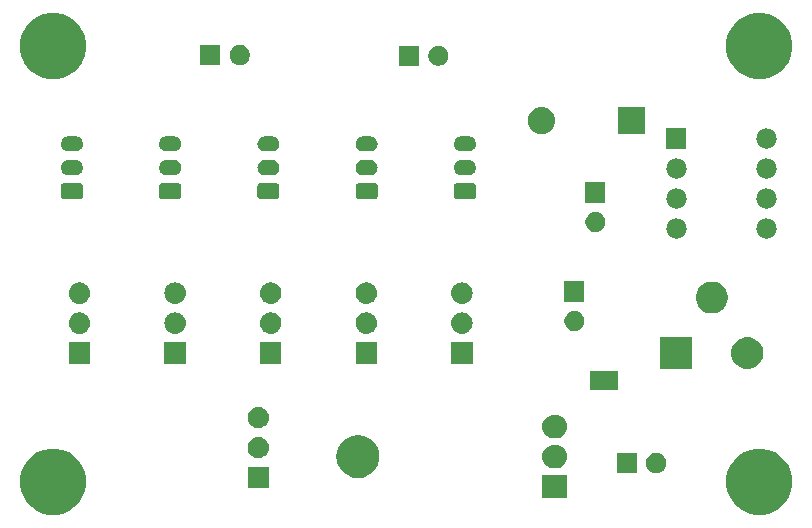
<source format=gbr>
G04 #@! TF.GenerationSoftware,KiCad,Pcbnew,(5.0.1)-rc2*
G04 #@! TF.CreationDate,2019-01-30T13:00:54-05:00*
G04 #@! TF.ProjectId,power_board,706F7765725F626F6172642E6B696361,rev?*
G04 #@! TF.SameCoordinates,Original*
G04 #@! TF.FileFunction,Soldermask,Top*
G04 #@! TF.FilePolarity,Negative*
%FSLAX46Y46*%
G04 Gerber Fmt 4.6, Leading zero omitted, Abs format (unit mm)*
G04 Created by KiCad (PCBNEW (5.0.1)-rc2) date 1/30/2019 1:00:54 PM*
%MOMM*%
%LPD*%
G01*
G04 APERTURE LIST*
%ADD10C,0.100000*%
G04 APERTURE END LIST*
D10*
G36*
X217123421Y-71830240D02*
X217633170Y-72041385D01*
X217633171Y-72041386D01*
X218091934Y-72347921D01*
X218482079Y-72738066D01*
X218623829Y-72950210D01*
X218788615Y-73196830D01*
X218999760Y-73706579D01*
X219107400Y-74247724D01*
X219107400Y-74799476D01*
X218999760Y-75340621D01*
X218788615Y-75850370D01*
X218788614Y-75850371D01*
X218482079Y-76309134D01*
X218091934Y-76699279D01*
X217786092Y-76903636D01*
X217633170Y-77005815D01*
X217123421Y-77216960D01*
X216582276Y-77324600D01*
X216030524Y-77324600D01*
X215489379Y-77216960D01*
X214979630Y-77005815D01*
X214826708Y-76903636D01*
X214520866Y-76699279D01*
X214130721Y-76309134D01*
X213824186Y-75850371D01*
X213824185Y-75850370D01*
X213613040Y-75340621D01*
X213505400Y-74799476D01*
X213505400Y-74247724D01*
X213613040Y-73706579D01*
X213824185Y-73196830D01*
X213988971Y-72950210D01*
X214130721Y-72738066D01*
X214520866Y-72347921D01*
X214979629Y-72041386D01*
X214979630Y-72041385D01*
X215489379Y-71830240D01*
X216030524Y-71722600D01*
X216582276Y-71722600D01*
X217123421Y-71830240D01*
X217123421Y-71830240D01*
G37*
G36*
X157331821Y-71830240D02*
X157841570Y-72041385D01*
X157841571Y-72041386D01*
X158300334Y-72347921D01*
X158690479Y-72738066D01*
X158832229Y-72950210D01*
X158997015Y-73196830D01*
X159208160Y-73706579D01*
X159315800Y-74247724D01*
X159315800Y-74799476D01*
X159208160Y-75340621D01*
X158997015Y-75850370D01*
X158997014Y-75850371D01*
X158690479Y-76309134D01*
X158300334Y-76699279D01*
X157994492Y-76903636D01*
X157841570Y-77005815D01*
X157331821Y-77216960D01*
X156790676Y-77324600D01*
X156238924Y-77324600D01*
X155697779Y-77216960D01*
X155188030Y-77005815D01*
X155035108Y-76903636D01*
X154729266Y-76699279D01*
X154339121Y-76309134D01*
X154032586Y-75850371D01*
X154032585Y-75850370D01*
X153821440Y-75340621D01*
X153713800Y-74799476D01*
X153713800Y-74247724D01*
X153821440Y-73706579D01*
X154032585Y-73196830D01*
X154197371Y-72950210D01*
X154339121Y-72738066D01*
X154729266Y-72347921D01*
X155188029Y-72041386D01*
X155188030Y-72041385D01*
X155697779Y-71830240D01*
X156238924Y-71722600D01*
X156790676Y-71722600D01*
X157331821Y-71830240D01*
X157331821Y-71830240D01*
G37*
G36*
X200034600Y-75933500D02*
X197932600Y-75933500D01*
X197932600Y-73926500D01*
X200034600Y-73926500D01*
X200034600Y-75933500D01*
X200034600Y-75933500D01*
G37*
G36*
X174789400Y-75069000D02*
X172987400Y-75069000D01*
X172987400Y-73267000D01*
X174789400Y-73267000D01*
X174789400Y-75069000D01*
X174789400Y-75069000D01*
G37*
G36*
X182500269Y-70597686D02*
X182676658Y-70615059D01*
X182902985Y-70683714D01*
X183016149Y-70718042D01*
X183329025Y-70885279D01*
X183603261Y-71110339D01*
X183828321Y-71384575D01*
X183995558Y-71697451D01*
X183995558Y-71697452D01*
X184098541Y-72036942D01*
X184133314Y-72390000D01*
X184098541Y-72743058D01*
X184061555Y-72864984D01*
X183995558Y-73082549D01*
X183828321Y-73395425D01*
X183603261Y-73669661D01*
X183329025Y-73894721D01*
X183016149Y-74061958D01*
X182902985Y-74096286D01*
X182676658Y-74164941D01*
X182500269Y-74182314D01*
X182412076Y-74191000D01*
X182235124Y-74191000D01*
X182146931Y-74182314D01*
X181970542Y-74164941D01*
X181744215Y-74096286D01*
X181631051Y-74061958D01*
X181318175Y-73894721D01*
X181043939Y-73669661D01*
X180818879Y-73395425D01*
X180651642Y-73082549D01*
X180585645Y-72864984D01*
X180548659Y-72743058D01*
X180513886Y-72390000D01*
X180548659Y-72036942D01*
X180651642Y-71697452D01*
X180651642Y-71697451D01*
X180818879Y-71384575D01*
X181043939Y-71110339D01*
X181318175Y-70885279D01*
X181631051Y-70718042D01*
X181744215Y-70683714D01*
X181970542Y-70615059D01*
X182146931Y-70597686D01*
X182235124Y-70589000D01*
X182412076Y-70589000D01*
X182500269Y-70597686D01*
X182500269Y-70597686D01*
G37*
G36*
X207827828Y-72130503D02*
X207982700Y-72194653D01*
X208122081Y-72287785D01*
X208240615Y-72406319D01*
X208333747Y-72545700D01*
X208397897Y-72700572D01*
X208430600Y-72864984D01*
X208430600Y-73032616D01*
X208397897Y-73197028D01*
X208333747Y-73351900D01*
X208240615Y-73491281D01*
X208122081Y-73609815D01*
X207982700Y-73702947D01*
X207827828Y-73767097D01*
X207663416Y-73799800D01*
X207495784Y-73799800D01*
X207331372Y-73767097D01*
X207176500Y-73702947D01*
X207037119Y-73609815D01*
X206918585Y-73491281D01*
X206825453Y-73351900D01*
X206761303Y-73197028D01*
X206728600Y-73032616D01*
X206728600Y-72864984D01*
X206761303Y-72700572D01*
X206825453Y-72545700D01*
X206918585Y-72406319D01*
X207037119Y-72287785D01*
X207176500Y-72194653D01*
X207331372Y-72130503D01*
X207495784Y-72097800D01*
X207663416Y-72097800D01*
X207827828Y-72130503D01*
X207827828Y-72130503D01*
G37*
G36*
X205930600Y-73799800D02*
X204228600Y-73799800D01*
X204228600Y-72097800D01*
X205930600Y-72097800D01*
X205930600Y-73799800D01*
X205930600Y-73799800D01*
G37*
G36*
X199139364Y-71392308D02*
X199227820Y-71401020D01*
X199416981Y-71458401D01*
X199591312Y-71551583D01*
X199744115Y-71676985D01*
X199869517Y-71829788D01*
X199962699Y-72004119D01*
X200020080Y-72193280D01*
X200039455Y-72390000D01*
X200020080Y-72586720D01*
X199962699Y-72775881D01*
X199869517Y-72950212D01*
X199744115Y-73103015D01*
X199591312Y-73228417D01*
X199416981Y-73321599D01*
X199227820Y-73378980D01*
X199139364Y-73387692D01*
X199080396Y-73393500D01*
X198886804Y-73393500D01*
X198827836Y-73387692D01*
X198739380Y-73378980D01*
X198550219Y-73321599D01*
X198375888Y-73228417D01*
X198223085Y-73103015D01*
X198097683Y-72950212D01*
X198004501Y-72775881D01*
X197947120Y-72586720D01*
X197927745Y-72390000D01*
X197947120Y-72193280D01*
X198004501Y-72004119D01*
X198097683Y-71829788D01*
X198223085Y-71676985D01*
X198375888Y-71551583D01*
X198550219Y-71458401D01*
X198739380Y-71401020D01*
X198827836Y-71392308D01*
X198886804Y-71386500D01*
X199080396Y-71386500D01*
X199139364Y-71392308D01*
X199139364Y-71392308D01*
G37*
G36*
X173998842Y-70733518D02*
X174065027Y-70740037D01*
X174178253Y-70774384D01*
X174234867Y-70791557D01*
X174323588Y-70838980D01*
X174391391Y-70875222D01*
X174403644Y-70885278D01*
X174528586Y-70987814D01*
X174611848Y-71089271D01*
X174641178Y-71125009D01*
X174641179Y-71125011D01*
X174724843Y-71281533D01*
X174724843Y-71281534D01*
X174776363Y-71451373D01*
X174793759Y-71628000D01*
X174776363Y-71804627D01*
X174768593Y-71830240D01*
X174724843Y-71974467D01*
X174658919Y-72097800D01*
X174641178Y-72130991D01*
X174611848Y-72166729D01*
X174528586Y-72268186D01*
X174431427Y-72347921D01*
X174391391Y-72380778D01*
X174391389Y-72380779D01*
X174234867Y-72464443D01*
X174178253Y-72481616D01*
X174065027Y-72515963D01*
X173998842Y-72522482D01*
X173932660Y-72529000D01*
X173844140Y-72529000D01*
X173777958Y-72522482D01*
X173711773Y-72515963D01*
X173598547Y-72481616D01*
X173541933Y-72464443D01*
X173385411Y-72380779D01*
X173385409Y-72380778D01*
X173345373Y-72347921D01*
X173248214Y-72268186D01*
X173164952Y-72166729D01*
X173135622Y-72130991D01*
X173117881Y-72097800D01*
X173051957Y-71974467D01*
X173008207Y-71830240D01*
X173000437Y-71804627D01*
X172983041Y-71628000D01*
X173000437Y-71451373D01*
X173051957Y-71281534D01*
X173051957Y-71281533D01*
X173135621Y-71125011D01*
X173135622Y-71125009D01*
X173164952Y-71089271D01*
X173248214Y-70987814D01*
X173373156Y-70885278D01*
X173385409Y-70875222D01*
X173453212Y-70838980D01*
X173541933Y-70791557D01*
X173598547Y-70774384D01*
X173711773Y-70740037D01*
X173777958Y-70733518D01*
X173844140Y-70727000D01*
X173932660Y-70727000D01*
X173998842Y-70733518D01*
X173998842Y-70733518D01*
G37*
G36*
X199139364Y-68852308D02*
X199227820Y-68861020D01*
X199416981Y-68918401D01*
X199591312Y-69011583D01*
X199744115Y-69136985D01*
X199869517Y-69289788D01*
X199962699Y-69464119D01*
X200020080Y-69653280D01*
X200039455Y-69850000D01*
X200020080Y-70046720D01*
X199962699Y-70235881D01*
X199869517Y-70410212D01*
X199744115Y-70563015D01*
X199591312Y-70688417D01*
X199416981Y-70781599D01*
X199227820Y-70838980D01*
X199139364Y-70847692D01*
X199080396Y-70853500D01*
X198886804Y-70853500D01*
X198827836Y-70847692D01*
X198739380Y-70838980D01*
X198550219Y-70781599D01*
X198375888Y-70688417D01*
X198223085Y-70563015D01*
X198097683Y-70410212D01*
X198004501Y-70235881D01*
X197947120Y-70046720D01*
X197927745Y-69850000D01*
X197947120Y-69653280D01*
X198004501Y-69464119D01*
X198097683Y-69289788D01*
X198223085Y-69136985D01*
X198375888Y-69011583D01*
X198550219Y-68918401D01*
X198739380Y-68861020D01*
X198827836Y-68852308D01*
X198886804Y-68846500D01*
X199080396Y-68846500D01*
X199139364Y-68852308D01*
X199139364Y-68852308D01*
G37*
G36*
X173998843Y-68193519D02*
X174065027Y-68200037D01*
X174178253Y-68234384D01*
X174234867Y-68251557D01*
X174373487Y-68325652D01*
X174391391Y-68335222D01*
X174427129Y-68364552D01*
X174528586Y-68447814D01*
X174611848Y-68549271D01*
X174641178Y-68585009D01*
X174641179Y-68585011D01*
X174724843Y-68741533D01*
X174724843Y-68741534D01*
X174776363Y-68911373D01*
X174793759Y-69088000D01*
X174776363Y-69264627D01*
X174742016Y-69377853D01*
X174724843Y-69434467D01*
X174708993Y-69464119D01*
X174641178Y-69590991D01*
X174611848Y-69626729D01*
X174528586Y-69728186D01*
X174427129Y-69811448D01*
X174391391Y-69840778D01*
X174391389Y-69840779D01*
X174234867Y-69924443D01*
X174178253Y-69941616D01*
X174065027Y-69975963D01*
X173998843Y-69982481D01*
X173932660Y-69989000D01*
X173844140Y-69989000D01*
X173777957Y-69982481D01*
X173711773Y-69975963D01*
X173598547Y-69941616D01*
X173541933Y-69924443D01*
X173385411Y-69840779D01*
X173385409Y-69840778D01*
X173349671Y-69811448D01*
X173248214Y-69728186D01*
X173164952Y-69626729D01*
X173135622Y-69590991D01*
X173067807Y-69464119D01*
X173051957Y-69434467D01*
X173034784Y-69377853D01*
X173000437Y-69264627D01*
X172983041Y-69088000D01*
X173000437Y-68911373D01*
X173051957Y-68741534D01*
X173051957Y-68741533D01*
X173135621Y-68585011D01*
X173135622Y-68585009D01*
X173164952Y-68549271D01*
X173248214Y-68447814D01*
X173349671Y-68364552D01*
X173385409Y-68335222D01*
X173403313Y-68325652D01*
X173541933Y-68251557D01*
X173598547Y-68234384D01*
X173711773Y-68200037D01*
X173777957Y-68193519D01*
X173844140Y-68187000D01*
X173932660Y-68187000D01*
X173998843Y-68193519D01*
X173998843Y-68193519D01*
G37*
G36*
X204390600Y-66790200D02*
X201988600Y-66790200D01*
X201988600Y-65188200D01*
X204390600Y-65188200D01*
X204390600Y-66790200D01*
X204390600Y-66790200D01*
G37*
G36*
X215559567Y-62301959D02*
X215690072Y-62327918D01*
X215935939Y-62429759D01*
X216156464Y-62577110D01*
X216157215Y-62577612D01*
X216345388Y-62765785D01*
X216345390Y-62765788D01*
X216493241Y-62987061D01*
X216595082Y-63232928D01*
X216647000Y-63493938D01*
X216647000Y-63760062D01*
X216595082Y-64021072D01*
X216493241Y-64266939D01*
X216345890Y-64487464D01*
X216345388Y-64488215D01*
X216157215Y-64676388D01*
X216157212Y-64676390D01*
X215935939Y-64824241D01*
X215690072Y-64926082D01*
X215559567Y-64952041D01*
X215429063Y-64978000D01*
X215162937Y-64978000D01*
X215032433Y-64952041D01*
X214901928Y-64926082D01*
X214656061Y-64824241D01*
X214434788Y-64676390D01*
X214434785Y-64676388D01*
X214246612Y-64488215D01*
X214246110Y-64487464D01*
X214098759Y-64266939D01*
X213996918Y-64021072D01*
X213945000Y-63760062D01*
X213945000Y-63493938D01*
X213996918Y-63232928D01*
X214098759Y-62987061D01*
X214246610Y-62765788D01*
X214246612Y-62765785D01*
X214434785Y-62577612D01*
X214435536Y-62577110D01*
X214656061Y-62429759D01*
X214901928Y-62327918D01*
X215032433Y-62301959D01*
X215162937Y-62276000D01*
X215429063Y-62276000D01*
X215559567Y-62301959D01*
X215559567Y-62301959D01*
G37*
G36*
X210647000Y-64978000D02*
X207945000Y-64978000D01*
X207945000Y-62276000D01*
X210647000Y-62276000D01*
X210647000Y-64978000D01*
X210647000Y-64978000D01*
G37*
G36*
X175843500Y-64528000D02*
X174041500Y-64528000D01*
X174041500Y-62726000D01*
X175843500Y-62726000D01*
X175843500Y-64528000D01*
X175843500Y-64528000D01*
G37*
G36*
X167747250Y-64528000D02*
X165945250Y-64528000D01*
X165945250Y-62726000D01*
X167747250Y-62726000D01*
X167747250Y-64528000D01*
X167747250Y-64528000D01*
G37*
G36*
X192036000Y-64528000D02*
X190234000Y-64528000D01*
X190234000Y-62726000D01*
X192036000Y-62726000D01*
X192036000Y-64528000D01*
X192036000Y-64528000D01*
G37*
G36*
X159651000Y-64528000D02*
X157849000Y-64528000D01*
X157849000Y-62726000D01*
X159651000Y-62726000D01*
X159651000Y-64528000D01*
X159651000Y-64528000D01*
G37*
G36*
X183939750Y-64528000D02*
X182137750Y-64528000D01*
X182137750Y-62726000D01*
X183939750Y-62726000D01*
X183939750Y-64528000D01*
X183939750Y-64528000D01*
G37*
G36*
X191245443Y-60192519D02*
X191311627Y-60199037D01*
X191424853Y-60233384D01*
X191481467Y-60250557D01*
X191532808Y-60278000D01*
X191637991Y-60334222D01*
X191673729Y-60363552D01*
X191775186Y-60446814D01*
X191832703Y-60516900D01*
X191887778Y-60584009D01*
X191887779Y-60584011D01*
X191971443Y-60740533D01*
X191971443Y-60740534D01*
X192022963Y-60910373D01*
X192040359Y-61087000D01*
X192022963Y-61263627D01*
X192004922Y-61323100D01*
X191971443Y-61433467D01*
X191955934Y-61462481D01*
X191887778Y-61589991D01*
X191858448Y-61625729D01*
X191775186Y-61727186D01*
X191673729Y-61810448D01*
X191637991Y-61839778D01*
X191637989Y-61839779D01*
X191481467Y-61923443D01*
X191424853Y-61940616D01*
X191311627Y-61974963D01*
X191245443Y-61981481D01*
X191179260Y-61988000D01*
X191090740Y-61988000D01*
X191024557Y-61981481D01*
X190958373Y-61974963D01*
X190845147Y-61940616D01*
X190788533Y-61923443D01*
X190632011Y-61839779D01*
X190632009Y-61839778D01*
X190596271Y-61810448D01*
X190494814Y-61727186D01*
X190411552Y-61625729D01*
X190382222Y-61589991D01*
X190314066Y-61462481D01*
X190298557Y-61433467D01*
X190265078Y-61323100D01*
X190247037Y-61263627D01*
X190229641Y-61087000D01*
X190247037Y-60910373D01*
X190298557Y-60740534D01*
X190298557Y-60740533D01*
X190382221Y-60584011D01*
X190382222Y-60584009D01*
X190437297Y-60516900D01*
X190494814Y-60446814D01*
X190596271Y-60363552D01*
X190632009Y-60334222D01*
X190737192Y-60278000D01*
X190788533Y-60250557D01*
X190845147Y-60233384D01*
X190958373Y-60199037D01*
X191024557Y-60192519D01*
X191090740Y-60186000D01*
X191179260Y-60186000D01*
X191245443Y-60192519D01*
X191245443Y-60192519D01*
G37*
G36*
X183149193Y-60192519D02*
X183215377Y-60199037D01*
X183328603Y-60233384D01*
X183385217Y-60250557D01*
X183436558Y-60278000D01*
X183541741Y-60334222D01*
X183577479Y-60363552D01*
X183678936Y-60446814D01*
X183736453Y-60516900D01*
X183791528Y-60584009D01*
X183791529Y-60584011D01*
X183875193Y-60740533D01*
X183875193Y-60740534D01*
X183926713Y-60910373D01*
X183944109Y-61087000D01*
X183926713Y-61263627D01*
X183908672Y-61323100D01*
X183875193Y-61433467D01*
X183859684Y-61462481D01*
X183791528Y-61589991D01*
X183762198Y-61625729D01*
X183678936Y-61727186D01*
X183577479Y-61810448D01*
X183541741Y-61839778D01*
X183541739Y-61839779D01*
X183385217Y-61923443D01*
X183328603Y-61940616D01*
X183215377Y-61974963D01*
X183149193Y-61981481D01*
X183083010Y-61988000D01*
X182994490Y-61988000D01*
X182928307Y-61981481D01*
X182862123Y-61974963D01*
X182748897Y-61940616D01*
X182692283Y-61923443D01*
X182535761Y-61839779D01*
X182535759Y-61839778D01*
X182500021Y-61810448D01*
X182398564Y-61727186D01*
X182315302Y-61625729D01*
X182285972Y-61589991D01*
X182217816Y-61462481D01*
X182202307Y-61433467D01*
X182168828Y-61323100D01*
X182150787Y-61263627D01*
X182133391Y-61087000D01*
X182150787Y-60910373D01*
X182202307Y-60740534D01*
X182202307Y-60740533D01*
X182285971Y-60584011D01*
X182285972Y-60584009D01*
X182341047Y-60516900D01*
X182398564Y-60446814D01*
X182500021Y-60363552D01*
X182535759Y-60334222D01*
X182640942Y-60278000D01*
X182692283Y-60250557D01*
X182748897Y-60233384D01*
X182862123Y-60199037D01*
X182928307Y-60192519D01*
X182994490Y-60186000D01*
X183083010Y-60186000D01*
X183149193Y-60192519D01*
X183149193Y-60192519D01*
G37*
G36*
X175052943Y-60192519D02*
X175119127Y-60199037D01*
X175232353Y-60233384D01*
X175288967Y-60250557D01*
X175340308Y-60278000D01*
X175445491Y-60334222D01*
X175481229Y-60363552D01*
X175582686Y-60446814D01*
X175640203Y-60516900D01*
X175695278Y-60584009D01*
X175695279Y-60584011D01*
X175778943Y-60740533D01*
X175778943Y-60740534D01*
X175830463Y-60910373D01*
X175847859Y-61087000D01*
X175830463Y-61263627D01*
X175812422Y-61323100D01*
X175778943Y-61433467D01*
X175763434Y-61462481D01*
X175695278Y-61589991D01*
X175665948Y-61625729D01*
X175582686Y-61727186D01*
X175481229Y-61810448D01*
X175445491Y-61839778D01*
X175445489Y-61839779D01*
X175288967Y-61923443D01*
X175232353Y-61940616D01*
X175119127Y-61974963D01*
X175052943Y-61981481D01*
X174986760Y-61988000D01*
X174898240Y-61988000D01*
X174832057Y-61981481D01*
X174765873Y-61974963D01*
X174652647Y-61940616D01*
X174596033Y-61923443D01*
X174439511Y-61839779D01*
X174439509Y-61839778D01*
X174403771Y-61810448D01*
X174302314Y-61727186D01*
X174219052Y-61625729D01*
X174189722Y-61589991D01*
X174121566Y-61462481D01*
X174106057Y-61433467D01*
X174072578Y-61323100D01*
X174054537Y-61263627D01*
X174037141Y-61087000D01*
X174054537Y-60910373D01*
X174106057Y-60740534D01*
X174106057Y-60740533D01*
X174189721Y-60584011D01*
X174189722Y-60584009D01*
X174244797Y-60516900D01*
X174302314Y-60446814D01*
X174403771Y-60363552D01*
X174439509Y-60334222D01*
X174544692Y-60278000D01*
X174596033Y-60250557D01*
X174652647Y-60233384D01*
X174765873Y-60199037D01*
X174832057Y-60192519D01*
X174898240Y-60186000D01*
X174986760Y-60186000D01*
X175052943Y-60192519D01*
X175052943Y-60192519D01*
G37*
G36*
X166956693Y-60192519D02*
X167022877Y-60199037D01*
X167136103Y-60233384D01*
X167192717Y-60250557D01*
X167244058Y-60278000D01*
X167349241Y-60334222D01*
X167384979Y-60363552D01*
X167486436Y-60446814D01*
X167543953Y-60516900D01*
X167599028Y-60584009D01*
X167599029Y-60584011D01*
X167682693Y-60740533D01*
X167682693Y-60740534D01*
X167734213Y-60910373D01*
X167751609Y-61087000D01*
X167734213Y-61263627D01*
X167716172Y-61323100D01*
X167682693Y-61433467D01*
X167667184Y-61462481D01*
X167599028Y-61589991D01*
X167569698Y-61625729D01*
X167486436Y-61727186D01*
X167384979Y-61810448D01*
X167349241Y-61839778D01*
X167349239Y-61839779D01*
X167192717Y-61923443D01*
X167136103Y-61940616D01*
X167022877Y-61974963D01*
X166956693Y-61981481D01*
X166890510Y-61988000D01*
X166801990Y-61988000D01*
X166735807Y-61981481D01*
X166669623Y-61974963D01*
X166556397Y-61940616D01*
X166499783Y-61923443D01*
X166343261Y-61839779D01*
X166343259Y-61839778D01*
X166307521Y-61810448D01*
X166206064Y-61727186D01*
X166122802Y-61625729D01*
X166093472Y-61589991D01*
X166025316Y-61462481D01*
X166009807Y-61433467D01*
X165976328Y-61323100D01*
X165958287Y-61263627D01*
X165940891Y-61087000D01*
X165958287Y-60910373D01*
X166009807Y-60740534D01*
X166009807Y-60740533D01*
X166093471Y-60584011D01*
X166093472Y-60584009D01*
X166148547Y-60516900D01*
X166206064Y-60446814D01*
X166307521Y-60363552D01*
X166343259Y-60334222D01*
X166448442Y-60278000D01*
X166499783Y-60250557D01*
X166556397Y-60233384D01*
X166669623Y-60199037D01*
X166735807Y-60192519D01*
X166801990Y-60186000D01*
X166890510Y-60186000D01*
X166956693Y-60192519D01*
X166956693Y-60192519D01*
G37*
G36*
X158860443Y-60192519D02*
X158926627Y-60199037D01*
X159039853Y-60233384D01*
X159096467Y-60250557D01*
X159147808Y-60278000D01*
X159252991Y-60334222D01*
X159288729Y-60363552D01*
X159390186Y-60446814D01*
X159447703Y-60516900D01*
X159502778Y-60584009D01*
X159502779Y-60584011D01*
X159586443Y-60740533D01*
X159586443Y-60740534D01*
X159637963Y-60910373D01*
X159655359Y-61087000D01*
X159637963Y-61263627D01*
X159619922Y-61323100D01*
X159586443Y-61433467D01*
X159570934Y-61462481D01*
X159502778Y-61589991D01*
X159473448Y-61625729D01*
X159390186Y-61727186D01*
X159288729Y-61810448D01*
X159252991Y-61839778D01*
X159252989Y-61839779D01*
X159096467Y-61923443D01*
X159039853Y-61940616D01*
X158926627Y-61974963D01*
X158860443Y-61981481D01*
X158794260Y-61988000D01*
X158705740Y-61988000D01*
X158639557Y-61981481D01*
X158573373Y-61974963D01*
X158460147Y-61940616D01*
X158403533Y-61923443D01*
X158247011Y-61839779D01*
X158247009Y-61839778D01*
X158211271Y-61810448D01*
X158109814Y-61727186D01*
X158026552Y-61625729D01*
X157997222Y-61589991D01*
X157929066Y-61462481D01*
X157913557Y-61433467D01*
X157880078Y-61323100D01*
X157862037Y-61263627D01*
X157844641Y-61087000D01*
X157862037Y-60910373D01*
X157913557Y-60740534D01*
X157913557Y-60740533D01*
X157997221Y-60584011D01*
X157997222Y-60584009D01*
X158052297Y-60516900D01*
X158109814Y-60446814D01*
X158211271Y-60363552D01*
X158247009Y-60334222D01*
X158352192Y-60278000D01*
X158403533Y-60250557D01*
X158460147Y-60233384D01*
X158573373Y-60199037D01*
X158639557Y-60192519D01*
X158705740Y-60186000D01*
X158794260Y-60186000D01*
X158860443Y-60192519D01*
X158860443Y-60192519D01*
G37*
G36*
X200908228Y-60101703D02*
X201063100Y-60165853D01*
X201202481Y-60258985D01*
X201321015Y-60377519D01*
X201414147Y-60516900D01*
X201478297Y-60671772D01*
X201511000Y-60836184D01*
X201511000Y-61003816D01*
X201478297Y-61168228D01*
X201414147Y-61323100D01*
X201321015Y-61462481D01*
X201202481Y-61581015D01*
X201063100Y-61674147D01*
X200908228Y-61738297D01*
X200743816Y-61771000D01*
X200576184Y-61771000D01*
X200411772Y-61738297D01*
X200256900Y-61674147D01*
X200117519Y-61581015D01*
X199998985Y-61462481D01*
X199905853Y-61323100D01*
X199841703Y-61168228D01*
X199809000Y-61003816D01*
X199809000Y-60836184D01*
X199841703Y-60671772D01*
X199905853Y-60516900D01*
X199998985Y-60377519D01*
X200117519Y-60258985D01*
X200256900Y-60165853D01*
X200411772Y-60101703D01*
X200576184Y-60069000D01*
X200743816Y-60069000D01*
X200908228Y-60101703D01*
X200908228Y-60101703D01*
G37*
G36*
X212559567Y-57601959D02*
X212690072Y-57627918D01*
X212935939Y-57729759D01*
X213156464Y-57877110D01*
X213157215Y-57877612D01*
X213345388Y-58065785D01*
X213345390Y-58065788D01*
X213493241Y-58287061D01*
X213595082Y-58532928D01*
X213647000Y-58793938D01*
X213647000Y-59060062D01*
X213595082Y-59321072D01*
X213493241Y-59566939D01*
X213345890Y-59787464D01*
X213345388Y-59788215D01*
X213157215Y-59976388D01*
X213157212Y-59976390D01*
X212935939Y-60124241D01*
X212690072Y-60226082D01*
X212567028Y-60250557D01*
X212429063Y-60278000D01*
X212162937Y-60278000D01*
X212024972Y-60250557D01*
X211901928Y-60226082D01*
X211656061Y-60124241D01*
X211434788Y-59976390D01*
X211434785Y-59976388D01*
X211246612Y-59788215D01*
X211246110Y-59787464D01*
X211098759Y-59566939D01*
X210996918Y-59321072D01*
X210945000Y-59060062D01*
X210945000Y-58793938D01*
X210996918Y-58532928D01*
X211098759Y-58287061D01*
X211246610Y-58065788D01*
X211246612Y-58065785D01*
X211434785Y-57877612D01*
X211435536Y-57877110D01*
X211656061Y-57729759D01*
X211901928Y-57627918D01*
X212032433Y-57601959D01*
X212162937Y-57576000D01*
X212429063Y-57576000D01*
X212559567Y-57601959D01*
X212559567Y-57601959D01*
G37*
G36*
X175052942Y-57652518D02*
X175119127Y-57659037D01*
X175232353Y-57693384D01*
X175288967Y-57710557D01*
X175427587Y-57784652D01*
X175445491Y-57794222D01*
X175481229Y-57823552D01*
X175582686Y-57906814D01*
X175665948Y-58008271D01*
X175695278Y-58044009D01*
X175695279Y-58044011D01*
X175778943Y-58200533D01*
X175778943Y-58200534D01*
X175830463Y-58370373D01*
X175847859Y-58547000D01*
X175830463Y-58723627D01*
X175809135Y-58793937D01*
X175778943Y-58893467D01*
X175704848Y-59032087D01*
X175695278Y-59049991D01*
X175687012Y-59060063D01*
X175582686Y-59187186D01*
X175481229Y-59270448D01*
X175445491Y-59299778D01*
X175445489Y-59299779D01*
X175288967Y-59383443D01*
X175232353Y-59400616D01*
X175119127Y-59434963D01*
X175052943Y-59441481D01*
X174986760Y-59448000D01*
X174898240Y-59448000D01*
X174832057Y-59441481D01*
X174765873Y-59434963D01*
X174652647Y-59400616D01*
X174596033Y-59383443D01*
X174439511Y-59299779D01*
X174439509Y-59299778D01*
X174403771Y-59270448D01*
X174302314Y-59187186D01*
X174197988Y-59060063D01*
X174189722Y-59049991D01*
X174180152Y-59032087D01*
X174106057Y-58893467D01*
X174075865Y-58793937D01*
X174054537Y-58723627D01*
X174037141Y-58547000D01*
X174054537Y-58370373D01*
X174106057Y-58200534D01*
X174106057Y-58200533D01*
X174189721Y-58044011D01*
X174189722Y-58044009D01*
X174219052Y-58008271D01*
X174302314Y-57906814D01*
X174403771Y-57823552D01*
X174439509Y-57794222D01*
X174457413Y-57784652D01*
X174596033Y-57710557D01*
X174652647Y-57693384D01*
X174765873Y-57659037D01*
X174832058Y-57652518D01*
X174898240Y-57646000D01*
X174986760Y-57646000D01*
X175052942Y-57652518D01*
X175052942Y-57652518D01*
G37*
G36*
X166956692Y-57652518D02*
X167022877Y-57659037D01*
X167136103Y-57693384D01*
X167192717Y-57710557D01*
X167331337Y-57784652D01*
X167349241Y-57794222D01*
X167384979Y-57823552D01*
X167486436Y-57906814D01*
X167569698Y-58008271D01*
X167599028Y-58044009D01*
X167599029Y-58044011D01*
X167682693Y-58200533D01*
X167682693Y-58200534D01*
X167734213Y-58370373D01*
X167751609Y-58547000D01*
X167734213Y-58723627D01*
X167712885Y-58793937D01*
X167682693Y-58893467D01*
X167608598Y-59032087D01*
X167599028Y-59049991D01*
X167590762Y-59060063D01*
X167486436Y-59187186D01*
X167384979Y-59270448D01*
X167349241Y-59299778D01*
X167349239Y-59299779D01*
X167192717Y-59383443D01*
X167136103Y-59400616D01*
X167022877Y-59434963D01*
X166956693Y-59441481D01*
X166890510Y-59448000D01*
X166801990Y-59448000D01*
X166735807Y-59441481D01*
X166669623Y-59434963D01*
X166556397Y-59400616D01*
X166499783Y-59383443D01*
X166343261Y-59299779D01*
X166343259Y-59299778D01*
X166307521Y-59270448D01*
X166206064Y-59187186D01*
X166101738Y-59060063D01*
X166093472Y-59049991D01*
X166083902Y-59032087D01*
X166009807Y-58893467D01*
X165979615Y-58793937D01*
X165958287Y-58723627D01*
X165940891Y-58547000D01*
X165958287Y-58370373D01*
X166009807Y-58200534D01*
X166009807Y-58200533D01*
X166093471Y-58044011D01*
X166093472Y-58044009D01*
X166122802Y-58008271D01*
X166206064Y-57906814D01*
X166307521Y-57823552D01*
X166343259Y-57794222D01*
X166361163Y-57784652D01*
X166499783Y-57710557D01*
X166556397Y-57693384D01*
X166669623Y-57659037D01*
X166735808Y-57652518D01*
X166801990Y-57646000D01*
X166890510Y-57646000D01*
X166956692Y-57652518D01*
X166956692Y-57652518D01*
G37*
G36*
X158860442Y-57652518D02*
X158926627Y-57659037D01*
X159039853Y-57693384D01*
X159096467Y-57710557D01*
X159235087Y-57784652D01*
X159252991Y-57794222D01*
X159288729Y-57823552D01*
X159390186Y-57906814D01*
X159473448Y-58008271D01*
X159502778Y-58044009D01*
X159502779Y-58044011D01*
X159586443Y-58200533D01*
X159586443Y-58200534D01*
X159637963Y-58370373D01*
X159655359Y-58547000D01*
X159637963Y-58723627D01*
X159616635Y-58793937D01*
X159586443Y-58893467D01*
X159512348Y-59032087D01*
X159502778Y-59049991D01*
X159494512Y-59060063D01*
X159390186Y-59187186D01*
X159288729Y-59270448D01*
X159252991Y-59299778D01*
X159252989Y-59299779D01*
X159096467Y-59383443D01*
X159039853Y-59400616D01*
X158926627Y-59434963D01*
X158860443Y-59441481D01*
X158794260Y-59448000D01*
X158705740Y-59448000D01*
X158639557Y-59441481D01*
X158573373Y-59434963D01*
X158460147Y-59400616D01*
X158403533Y-59383443D01*
X158247011Y-59299779D01*
X158247009Y-59299778D01*
X158211271Y-59270448D01*
X158109814Y-59187186D01*
X158005488Y-59060063D01*
X157997222Y-59049991D01*
X157987652Y-59032087D01*
X157913557Y-58893467D01*
X157883365Y-58793937D01*
X157862037Y-58723627D01*
X157844641Y-58547000D01*
X157862037Y-58370373D01*
X157913557Y-58200534D01*
X157913557Y-58200533D01*
X157997221Y-58044011D01*
X157997222Y-58044009D01*
X158026552Y-58008271D01*
X158109814Y-57906814D01*
X158211271Y-57823552D01*
X158247009Y-57794222D01*
X158264913Y-57784652D01*
X158403533Y-57710557D01*
X158460147Y-57693384D01*
X158573373Y-57659037D01*
X158639558Y-57652518D01*
X158705740Y-57646000D01*
X158794260Y-57646000D01*
X158860442Y-57652518D01*
X158860442Y-57652518D01*
G37*
G36*
X191245442Y-57652518D02*
X191311627Y-57659037D01*
X191424853Y-57693384D01*
X191481467Y-57710557D01*
X191620087Y-57784652D01*
X191637991Y-57794222D01*
X191673729Y-57823552D01*
X191775186Y-57906814D01*
X191858448Y-58008271D01*
X191887778Y-58044009D01*
X191887779Y-58044011D01*
X191971443Y-58200533D01*
X191971443Y-58200534D01*
X192022963Y-58370373D01*
X192040359Y-58547000D01*
X192022963Y-58723627D01*
X192001635Y-58793937D01*
X191971443Y-58893467D01*
X191897348Y-59032087D01*
X191887778Y-59049991D01*
X191879512Y-59060063D01*
X191775186Y-59187186D01*
X191673729Y-59270448D01*
X191637991Y-59299778D01*
X191637989Y-59299779D01*
X191481467Y-59383443D01*
X191424853Y-59400616D01*
X191311627Y-59434963D01*
X191245443Y-59441481D01*
X191179260Y-59448000D01*
X191090740Y-59448000D01*
X191024557Y-59441481D01*
X190958373Y-59434963D01*
X190845147Y-59400616D01*
X190788533Y-59383443D01*
X190632011Y-59299779D01*
X190632009Y-59299778D01*
X190596271Y-59270448D01*
X190494814Y-59187186D01*
X190390488Y-59060063D01*
X190382222Y-59049991D01*
X190372652Y-59032087D01*
X190298557Y-58893467D01*
X190268365Y-58793937D01*
X190247037Y-58723627D01*
X190229641Y-58547000D01*
X190247037Y-58370373D01*
X190298557Y-58200534D01*
X190298557Y-58200533D01*
X190382221Y-58044011D01*
X190382222Y-58044009D01*
X190411552Y-58008271D01*
X190494814Y-57906814D01*
X190596271Y-57823552D01*
X190632009Y-57794222D01*
X190649913Y-57784652D01*
X190788533Y-57710557D01*
X190845147Y-57693384D01*
X190958373Y-57659037D01*
X191024558Y-57652518D01*
X191090740Y-57646000D01*
X191179260Y-57646000D01*
X191245442Y-57652518D01*
X191245442Y-57652518D01*
G37*
G36*
X183149192Y-57652518D02*
X183215377Y-57659037D01*
X183328603Y-57693384D01*
X183385217Y-57710557D01*
X183523837Y-57784652D01*
X183541741Y-57794222D01*
X183577479Y-57823552D01*
X183678936Y-57906814D01*
X183762198Y-58008271D01*
X183791528Y-58044009D01*
X183791529Y-58044011D01*
X183875193Y-58200533D01*
X183875193Y-58200534D01*
X183926713Y-58370373D01*
X183944109Y-58547000D01*
X183926713Y-58723627D01*
X183905385Y-58793937D01*
X183875193Y-58893467D01*
X183801098Y-59032087D01*
X183791528Y-59049991D01*
X183783262Y-59060063D01*
X183678936Y-59187186D01*
X183577479Y-59270448D01*
X183541741Y-59299778D01*
X183541739Y-59299779D01*
X183385217Y-59383443D01*
X183328603Y-59400616D01*
X183215377Y-59434963D01*
X183149193Y-59441481D01*
X183083010Y-59448000D01*
X182994490Y-59448000D01*
X182928307Y-59441481D01*
X182862123Y-59434963D01*
X182748897Y-59400616D01*
X182692283Y-59383443D01*
X182535761Y-59299779D01*
X182535759Y-59299778D01*
X182500021Y-59270448D01*
X182398564Y-59187186D01*
X182294238Y-59060063D01*
X182285972Y-59049991D01*
X182276402Y-59032087D01*
X182202307Y-58893467D01*
X182172115Y-58793937D01*
X182150787Y-58723627D01*
X182133391Y-58547000D01*
X182150787Y-58370373D01*
X182202307Y-58200534D01*
X182202307Y-58200533D01*
X182285971Y-58044011D01*
X182285972Y-58044009D01*
X182315302Y-58008271D01*
X182398564Y-57906814D01*
X182500021Y-57823552D01*
X182535759Y-57794222D01*
X182553663Y-57784652D01*
X182692283Y-57710557D01*
X182748897Y-57693384D01*
X182862123Y-57659037D01*
X182928308Y-57652518D01*
X182994490Y-57646000D01*
X183083010Y-57646000D01*
X183149192Y-57652518D01*
X183149192Y-57652518D01*
G37*
G36*
X201511000Y-59271000D02*
X199809000Y-59271000D01*
X199809000Y-57569000D01*
X201511000Y-57569000D01*
X201511000Y-59271000D01*
X201511000Y-59271000D01*
G37*
G36*
X209462821Y-52247313D02*
X209462824Y-52247314D01*
X209462825Y-52247314D01*
X209623239Y-52295975D01*
X209623241Y-52295976D01*
X209623244Y-52295977D01*
X209771078Y-52374995D01*
X209900659Y-52481341D01*
X210007005Y-52610922D01*
X210086023Y-52758756D01*
X210134687Y-52919179D01*
X210151117Y-53086000D01*
X210134687Y-53252821D01*
X210134686Y-53252824D01*
X210134686Y-53252825D01*
X210093378Y-53389000D01*
X210086023Y-53413244D01*
X210007005Y-53561078D01*
X209900659Y-53690659D01*
X209771078Y-53797005D01*
X209623244Y-53876023D01*
X209623241Y-53876024D01*
X209623239Y-53876025D01*
X209462825Y-53924686D01*
X209462824Y-53924686D01*
X209462821Y-53924687D01*
X209337804Y-53937000D01*
X209254196Y-53937000D01*
X209129179Y-53924687D01*
X209129176Y-53924686D01*
X209129175Y-53924686D01*
X208968761Y-53876025D01*
X208968759Y-53876024D01*
X208968756Y-53876023D01*
X208820922Y-53797005D01*
X208691341Y-53690659D01*
X208584995Y-53561078D01*
X208505977Y-53413244D01*
X208498623Y-53389000D01*
X208457314Y-53252825D01*
X208457314Y-53252824D01*
X208457313Y-53252821D01*
X208440883Y-53086000D01*
X208457313Y-52919179D01*
X208505977Y-52758756D01*
X208584995Y-52610922D01*
X208691341Y-52481341D01*
X208820922Y-52374995D01*
X208968756Y-52295977D01*
X208968759Y-52295976D01*
X208968761Y-52295975D01*
X209129175Y-52247314D01*
X209129176Y-52247314D01*
X209129179Y-52247313D01*
X209254196Y-52235000D01*
X209337804Y-52235000D01*
X209462821Y-52247313D01*
X209462821Y-52247313D01*
G37*
G36*
X217082821Y-52247313D02*
X217082824Y-52247314D01*
X217082825Y-52247314D01*
X217243239Y-52295975D01*
X217243241Y-52295976D01*
X217243244Y-52295977D01*
X217391078Y-52374995D01*
X217520659Y-52481341D01*
X217627005Y-52610922D01*
X217706023Y-52758756D01*
X217754687Y-52919179D01*
X217771117Y-53086000D01*
X217754687Y-53252821D01*
X217754686Y-53252824D01*
X217754686Y-53252825D01*
X217713378Y-53389000D01*
X217706023Y-53413244D01*
X217627005Y-53561078D01*
X217520659Y-53690659D01*
X217391078Y-53797005D01*
X217243244Y-53876023D01*
X217243241Y-53876024D01*
X217243239Y-53876025D01*
X217082825Y-53924686D01*
X217082824Y-53924686D01*
X217082821Y-53924687D01*
X216957804Y-53937000D01*
X216874196Y-53937000D01*
X216749179Y-53924687D01*
X216749176Y-53924686D01*
X216749175Y-53924686D01*
X216588761Y-53876025D01*
X216588759Y-53876024D01*
X216588756Y-53876023D01*
X216440922Y-53797005D01*
X216311341Y-53690659D01*
X216204995Y-53561078D01*
X216125977Y-53413244D01*
X216118623Y-53389000D01*
X216077314Y-53252825D01*
X216077314Y-53252824D01*
X216077313Y-53252821D01*
X216060883Y-53086000D01*
X216077313Y-52919179D01*
X216125977Y-52758756D01*
X216204995Y-52610922D01*
X216311341Y-52481341D01*
X216440922Y-52374995D01*
X216588756Y-52295977D01*
X216588759Y-52295976D01*
X216588761Y-52295975D01*
X216749175Y-52247314D01*
X216749176Y-52247314D01*
X216749179Y-52247313D01*
X216874196Y-52235000D01*
X216957804Y-52235000D01*
X217082821Y-52247313D01*
X217082821Y-52247313D01*
G37*
G36*
X202686228Y-51719703D02*
X202841100Y-51783853D01*
X202980481Y-51876985D01*
X203099015Y-51995519D01*
X203192147Y-52134900D01*
X203256297Y-52289772D01*
X203289000Y-52454184D01*
X203289000Y-52621816D01*
X203256297Y-52786228D01*
X203192147Y-52941100D01*
X203099015Y-53080481D01*
X202980481Y-53199015D01*
X202841100Y-53292147D01*
X202686228Y-53356297D01*
X202521816Y-53389000D01*
X202354184Y-53389000D01*
X202189772Y-53356297D01*
X202034900Y-53292147D01*
X201895519Y-53199015D01*
X201776985Y-53080481D01*
X201683853Y-52941100D01*
X201619703Y-52786228D01*
X201587000Y-52621816D01*
X201587000Y-52454184D01*
X201619703Y-52289772D01*
X201683853Y-52134900D01*
X201776985Y-51995519D01*
X201895519Y-51876985D01*
X202034900Y-51783853D01*
X202189772Y-51719703D01*
X202354184Y-51687000D01*
X202521816Y-51687000D01*
X202686228Y-51719703D01*
X202686228Y-51719703D01*
G37*
G36*
X217082821Y-49707313D02*
X217082824Y-49707314D01*
X217082825Y-49707314D01*
X217243239Y-49755975D01*
X217243241Y-49755976D01*
X217243244Y-49755977D01*
X217391078Y-49834995D01*
X217520659Y-49941341D01*
X217627005Y-50070922D01*
X217706023Y-50218756D01*
X217754687Y-50379179D01*
X217771117Y-50546000D01*
X217754687Y-50712821D01*
X217706023Y-50873244D01*
X217627005Y-51021078D01*
X217520659Y-51150659D01*
X217391078Y-51257005D01*
X217243244Y-51336023D01*
X217243241Y-51336024D01*
X217243239Y-51336025D01*
X217082825Y-51384686D01*
X217082824Y-51384686D01*
X217082821Y-51384687D01*
X216957804Y-51397000D01*
X216874196Y-51397000D01*
X216749179Y-51384687D01*
X216749176Y-51384686D01*
X216749175Y-51384686D01*
X216588761Y-51336025D01*
X216588759Y-51336024D01*
X216588756Y-51336023D01*
X216440922Y-51257005D01*
X216311341Y-51150659D01*
X216204995Y-51021078D01*
X216125977Y-50873244D01*
X216077313Y-50712821D01*
X216060883Y-50546000D01*
X216077313Y-50379179D01*
X216125977Y-50218756D01*
X216204995Y-50070922D01*
X216311341Y-49941341D01*
X216440922Y-49834995D01*
X216588756Y-49755977D01*
X216588759Y-49755976D01*
X216588761Y-49755975D01*
X216749175Y-49707314D01*
X216749176Y-49707314D01*
X216749179Y-49707313D01*
X216874196Y-49695000D01*
X216957804Y-49695000D01*
X217082821Y-49707313D01*
X217082821Y-49707313D01*
G37*
G36*
X209462821Y-49707313D02*
X209462824Y-49707314D01*
X209462825Y-49707314D01*
X209623239Y-49755975D01*
X209623241Y-49755976D01*
X209623244Y-49755977D01*
X209771078Y-49834995D01*
X209900659Y-49941341D01*
X210007005Y-50070922D01*
X210086023Y-50218756D01*
X210134687Y-50379179D01*
X210151117Y-50546000D01*
X210134687Y-50712821D01*
X210086023Y-50873244D01*
X210007005Y-51021078D01*
X209900659Y-51150659D01*
X209771078Y-51257005D01*
X209623244Y-51336023D01*
X209623241Y-51336024D01*
X209623239Y-51336025D01*
X209462825Y-51384686D01*
X209462824Y-51384686D01*
X209462821Y-51384687D01*
X209337804Y-51397000D01*
X209254196Y-51397000D01*
X209129179Y-51384687D01*
X209129176Y-51384686D01*
X209129175Y-51384686D01*
X208968761Y-51336025D01*
X208968759Y-51336024D01*
X208968756Y-51336023D01*
X208820922Y-51257005D01*
X208691341Y-51150659D01*
X208584995Y-51021078D01*
X208505977Y-50873244D01*
X208457313Y-50712821D01*
X208440883Y-50546000D01*
X208457313Y-50379179D01*
X208505977Y-50218756D01*
X208584995Y-50070922D01*
X208691341Y-49941341D01*
X208820922Y-49834995D01*
X208968756Y-49755977D01*
X208968759Y-49755976D01*
X208968761Y-49755975D01*
X209129175Y-49707314D01*
X209129176Y-49707314D01*
X209129179Y-49707313D01*
X209254196Y-49695000D01*
X209337804Y-49695000D01*
X209462821Y-49707313D01*
X209462821Y-49707313D01*
G37*
G36*
X203289000Y-50889000D02*
X201587000Y-50889000D01*
X201587000Y-49187000D01*
X203289000Y-49187000D01*
X203289000Y-50889000D01*
X203289000Y-50889000D01*
G37*
G36*
X167199742Y-49264404D02*
X167236839Y-49275657D01*
X167271020Y-49293927D01*
X167300982Y-49318518D01*
X167325573Y-49348480D01*
X167343843Y-49382661D01*
X167355096Y-49419758D01*
X167359500Y-49464473D01*
X167359500Y-50357527D01*
X167355096Y-50402242D01*
X167343843Y-50439339D01*
X167325573Y-50473520D01*
X167300982Y-50503482D01*
X167271020Y-50528073D01*
X167236839Y-50546343D01*
X167199742Y-50557596D01*
X167155027Y-50562000D01*
X165711973Y-50562000D01*
X165667258Y-50557596D01*
X165630161Y-50546343D01*
X165595980Y-50528073D01*
X165566018Y-50503482D01*
X165541427Y-50473520D01*
X165523157Y-50439339D01*
X165511904Y-50402242D01*
X165507500Y-50357527D01*
X165507500Y-49464473D01*
X165511904Y-49419758D01*
X165523157Y-49382661D01*
X165541427Y-49348480D01*
X165566018Y-49318518D01*
X165595980Y-49293927D01*
X165630161Y-49275657D01*
X165667258Y-49264404D01*
X165711973Y-49260000D01*
X167155027Y-49260000D01*
X167199742Y-49264404D01*
X167199742Y-49264404D01*
G37*
G36*
X192155242Y-49264404D02*
X192192339Y-49275657D01*
X192226520Y-49293927D01*
X192256482Y-49318518D01*
X192281073Y-49348480D01*
X192299343Y-49382661D01*
X192310596Y-49419758D01*
X192315000Y-49464473D01*
X192315000Y-50357527D01*
X192310596Y-50402242D01*
X192299343Y-50439339D01*
X192281073Y-50473520D01*
X192256482Y-50503482D01*
X192226520Y-50528073D01*
X192192339Y-50546343D01*
X192155242Y-50557596D01*
X192110527Y-50562000D01*
X190667473Y-50562000D01*
X190622758Y-50557596D01*
X190585661Y-50546343D01*
X190551480Y-50528073D01*
X190521518Y-50503482D01*
X190496927Y-50473520D01*
X190478657Y-50439339D01*
X190467404Y-50402242D01*
X190463000Y-50357527D01*
X190463000Y-49464473D01*
X190467404Y-49419758D01*
X190478657Y-49382661D01*
X190496927Y-49348480D01*
X190521518Y-49318518D01*
X190551480Y-49293927D01*
X190585661Y-49275657D01*
X190622758Y-49264404D01*
X190667473Y-49260000D01*
X192110527Y-49260000D01*
X192155242Y-49264404D01*
X192155242Y-49264404D01*
G37*
G36*
X175518242Y-49264404D02*
X175555339Y-49275657D01*
X175589520Y-49293927D01*
X175619482Y-49318518D01*
X175644073Y-49348480D01*
X175662343Y-49382661D01*
X175673596Y-49419758D01*
X175678000Y-49464473D01*
X175678000Y-50357527D01*
X175673596Y-50402242D01*
X175662343Y-50439339D01*
X175644073Y-50473520D01*
X175619482Y-50503482D01*
X175589520Y-50528073D01*
X175555339Y-50546343D01*
X175518242Y-50557596D01*
X175473527Y-50562000D01*
X174030473Y-50562000D01*
X173985758Y-50557596D01*
X173948661Y-50546343D01*
X173914480Y-50528073D01*
X173884518Y-50503482D01*
X173859927Y-50473520D01*
X173841657Y-50439339D01*
X173830404Y-50402242D01*
X173826000Y-50357527D01*
X173826000Y-49464473D01*
X173830404Y-49419758D01*
X173841657Y-49382661D01*
X173859927Y-49348480D01*
X173884518Y-49318518D01*
X173914480Y-49293927D01*
X173948661Y-49275657D01*
X173985758Y-49264404D01*
X174030473Y-49260000D01*
X175473527Y-49260000D01*
X175518242Y-49264404D01*
X175518242Y-49264404D01*
G37*
G36*
X158881242Y-49264404D02*
X158918339Y-49275657D01*
X158952520Y-49293927D01*
X158982482Y-49318518D01*
X159007073Y-49348480D01*
X159025343Y-49382661D01*
X159036596Y-49419758D01*
X159041000Y-49464473D01*
X159041000Y-50357527D01*
X159036596Y-50402242D01*
X159025343Y-50439339D01*
X159007073Y-50473520D01*
X158982482Y-50503482D01*
X158952520Y-50528073D01*
X158918339Y-50546343D01*
X158881242Y-50557596D01*
X158836527Y-50562000D01*
X157393473Y-50562000D01*
X157348758Y-50557596D01*
X157311661Y-50546343D01*
X157277480Y-50528073D01*
X157247518Y-50503482D01*
X157222927Y-50473520D01*
X157204657Y-50439339D01*
X157193404Y-50402242D01*
X157189000Y-50357527D01*
X157189000Y-49464473D01*
X157193404Y-49419758D01*
X157204657Y-49382661D01*
X157222927Y-49348480D01*
X157247518Y-49318518D01*
X157277480Y-49293927D01*
X157311661Y-49275657D01*
X157348758Y-49264404D01*
X157393473Y-49260000D01*
X158836527Y-49260000D01*
X158881242Y-49264404D01*
X158881242Y-49264404D01*
G37*
G36*
X183836742Y-49264404D02*
X183873839Y-49275657D01*
X183908020Y-49293927D01*
X183937982Y-49318518D01*
X183962573Y-49348480D01*
X183980843Y-49382661D01*
X183992096Y-49419758D01*
X183996500Y-49464473D01*
X183996500Y-50357527D01*
X183992096Y-50402242D01*
X183980843Y-50439339D01*
X183962573Y-50473520D01*
X183937982Y-50503482D01*
X183908020Y-50528073D01*
X183873839Y-50546343D01*
X183836742Y-50557596D01*
X183792027Y-50562000D01*
X182348973Y-50562000D01*
X182304258Y-50557596D01*
X182267161Y-50546343D01*
X182232980Y-50528073D01*
X182203018Y-50503482D01*
X182178427Y-50473520D01*
X182160157Y-50439339D01*
X182148904Y-50402242D01*
X182144500Y-50357527D01*
X182144500Y-49464473D01*
X182148904Y-49419758D01*
X182160157Y-49382661D01*
X182178427Y-49348480D01*
X182203018Y-49318518D01*
X182232980Y-49293927D01*
X182267161Y-49275657D01*
X182304258Y-49264404D01*
X182348973Y-49260000D01*
X183792027Y-49260000D01*
X183836742Y-49264404D01*
X183836742Y-49264404D01*
G37*
G36*
X209462821Y-47167313D02*
X209462824Y-47167314D01*
X209462825Y-47167314D01*
X209623239Y-47215975D01*
X209623241Y-47215976D01*
X209623244Y-47215977D01*
X209771078Y-47294995D01*
X209900659Y-47401341D01*
X210007005Y-47530922D01*
X210086023Y-47678756D01*
X210134687Y-47839179D01*
X210151117Y-48006000D01*
X210134687Y-48172821D01*
X210134686Y-48172824D01*
X210134686Y-48172825D01*
X210103866Y-48274426D01*
X210086023Y-48333244D01*
X210007005Y-48481078D01*
X209900659Y-48610659D01*
X209771078Y-48717005D01*
X209623244Y-48796023D01*
X209623241Y-48796024D01*
X209623239Y-48796025D01*
X209462825Y-48844686D01*
X209462824Y-48844686D01*
X209462821Y-48844687D01*
X209337804Y-48857000D01*
X209254196Y-48857000D01*
X209129179Y-48844687D01*
X209129176Y-48844686D01*
X209129175Y-48844686D01*
X208968761Y-48796025D01*
X208968759Y-48796024D01*
X208968756Y-48796023D01*
X208820922Y-48717005D01*
X208691341Y-48610659D01*
X208584995Y-48481078D01*
X208505977Y-48333244D01*
X208488135Y-48274426D01*
X208457314Y-48172825D01*
X208457314Y-48172824D01*
X208457313Y-48172821D01*
X208440883Y-48006000D01*
X208457313Y-47839179D01*
X208505977Y-47678756D01*
X208584995Y-47530922D01*
X208691341Y-47401341D01*
X208820922Y-47294995D01*
X208968756Y-47215977D01*
X208968759Y-47215976D01*
X208968761Y-47215975D01*
X209129175Y-47167314D01*
X209129176Y-47167314D01*
X209129179Y-47167313D01*
X209254196Y-47155000D01*
X209337804Y-47155000D01*
X209462821Y-47167313D01*
X209462821Y-47167313D01*
G37*
G36*
X217082821Y-47167313D02*
X217082824Y-47167314D01*
X217082825Y-47167314D01*
X217243239Y-47215975D01*
X217243241Y-47215976D01*
X217243244Y-47215977D01*
X217391078Y-47294995D01*
X217520659Y-47401341D01*
X217627005Y-47530922D01*
X217706023Y-47678756D01*
X217754687Y-47839179D01*
X217771117Y-48006000D01*
X217754687Y-48172821D01*
X217754686Y-48172824D01*
X217754686Y-48172825D01*
X217723866Y-48274426D01*
X217706023Y-48333244D01*
X217627005Y-48481078D01*
X217520659Y-48610659D01*
X217391078Y-48717005D01*
X217243244Y-48796023D01*
X217243241Y-48796024D01*
X217243239Y-48796025D01*
X217082825Y-48844686D01*
X217082824Y-48844686D01*
X217082821Y-48844687D01*
X216957804Y-48857000D01*
X216874196Y-48857000D01*
X216749179Y-48844687D01*
X216749176Y-48844686D01*
X216749175Y-48844686D01*
X216588761Y-48796025D01*
X216588759Y-48796024D01*
X216588756Y-48796023D01*
X216440922Y-48717005D01*
X216311341Y-48610659D01*
X216204995Y-48481078D01*
X216125977Y-48333244D01*
X216108135Y-48274426D01*
X216077314Y-48172825D01*
X216077314Y-48172824D01*
X216077313Y-48172821D01*
X216060883Y-48006000D01*
X216077313Y-47839179D01*
X216125977Y-47678756D01*
X216204995Y-47530922D01*
X216311341Y-47401341D01*
X216440922Y-47294995D01*
X216588756Y-47215977D01*
X216588759Y-47215976D01*
X216588761Y-47215975D01*
X216749175Y-47167314D01*
X216749176Y-47167314D01*
X216749179Y-47167313D01*
X216874196Y-47155000D01*
X216957804Y-47155000D01*
X217082821Y-47167313D01*
X217082821Y-47167313D01*
G37*
G36*
X158453855Y-47263140D02*
X158517618Y-47269420D01*
X158599427Y-47294237D01*
X158640333Y-47306645D01*
X158740491Y-47360181D01*
X158753426Y-47367095D01*
X158852553Y-47448447D01*
X158933905Y-47547574D01*
X158933906Y-47547576D01*
X158994355Y-47660667D01*
X159006763Y-47701573D01*
X159031580Y-47783382D01*
X159044149Y-47911000D01*
X159031580Y-48038618D01*
X159006763Y-48120427D01*
X158994355Y-48161333D01*
X158988214Y-48172821D01*
X158933905Y-48274426D01*
X158852553Y-48373553D01*
X158753426Y-48454905D01*
X158753424Y-48454906D01*
X158640333Y-48515355D01*
X158599427Y-48527763D01*
X158517618Y-48552580D01*
X158453855Y-48558860D01*
X158421974Y-48562000D01*
X157808026Y-48562000D01*
X157776145Y-48558860D01*
X157712382Y-48552580D01*
X157630573Y-48527763D01*
X157589667Y-48515355D01*
X157476576Y-48454906D01*
X157476574Y-48454905D01*
X157377447Y-48373553D01*
X157296095Y-48274426D01*
X157241786Y-48172821D01*
X157235645Y-48161333D01*
X157223237Y-48120427D01*
X157198420Y-48038618D01*
X157185851Y-47911000D01*
X157198420Y-47783382D01*
X157223237Y-47701573D01*
X157235645Y-47660667D01*
X157296094Y-47547576D01*
X157296095Y-47547574D01*
X157377447Y-47448447D01*
X157476574Y-47367095D01*
X157489509Y-47360181D01*
X157589667Y-47306645D01*
X157630573Y-47294237D01*
X157712382Y-47269420D01*
X157776145Y-47263140D01*
X157808026Y-47260000D01*
X158421974Y-47260000D01*
X158453855Y-47263140D01*
X158453855Y-47263140D01*
G37*
G36*
X166772355Y-47263140D02*
X166836118Y-47269420D01*
X166917927Y-47294237D01*
X166958833Y-47306645D01*
X167058991Y-47360181D01*
X167071926Y-47367095D01*
X167171053Y-47448447D01*
X167252405Y-47547574D01*
X167252406Y-47547576D01*
X167312855Y-47660667D01*
X167325263Y-47701573D01*
X167350080Y-47783382D01*
X167362649Y-47911000D01*
X167350080Y-48038618D01*
X167325263Y-48120427D01*
X167312855Y-48161333D01*
X167306714Y-48172821D01*
X167252405Y-48274426D01*
X167171053Y-48373553D01*
X167071926Y-48454905D01*
X167071924Y-48454906D01*
X166958833Y-48515355D01*
X166917927Y-48527763D01*
X166836118Y-48552580D01*
X166772355Y-48558860D01*
X166740474Y-48562000D01*
X166126526Y-48562000D01*
X166094645Y-48558860D01*
X166030882Y-48552580D01*
X165949073Y-48527763D01*
X165908167Y-48515355D01*
X165795076Y-48454906D01*
X165795074Y-48454905D01*
X165695947Y-48373553D01*
X165614595Y-48274426D01*
X165560286Y-48172821D01*
X165554145Y-48161333D01*
X165541737Y-48120427D01*
X165516920Y-48038618D01*
X165504351Y-47911000D01*
X165516920Y-47783382D01*
X165541737Y-47701573D01*
X165554145Y-47660667D01*
X165614594Y-47547576D01*
X165614595Y-47547574D01*
X165695947Y-47448447D01*
X165795074Y-47367095D01*
X165808009Y-47360181D01*
X165908167Y-47306645D01*
X165949073Y-47294237D01*
X166030882Y-47269420D01*
X166094645Y-47263140D01*
X166126526Y-47260000D01*
X166740474Y-47260000D01*
X166772355Y-47263140D01*
X166772355Y-47263140D01*
G37*
G36*
X175090855Y-47263140D02*
X175154618Y-47269420D01*
X175236427Y-47294237D01*
X175277333Y-47306645D01*
X175377491Y-47360181D01*
X175390426Y-47367095D01*
X175489553Y-47448447D01*
X175570905Y-47547574D01*
X175570906Y-47547576D01*
X175631355Y-47660667D01*
X175643763Y-47701573D01*
X175668580Y-47783382D01*
X175681149Y-47911000D01*
X175668580Y-48038618D01*
X175643763Y-48120427D01*
X175631355Y-48161333D01*
X175625214Y-48172821D01*
X175570905Y-48274426D01*
X175489553Y-48373553D01*
X175390426Y-48454905D01*
X175390424Y-48454906D01*
X175277333Y-48515355D01*
X175236427Y-48527763D01*
X175154618Y-48552580D01*
X175090855Y-48558860D01*
X175058974Y-48562000D01*
X174445026Y-48562000D01*
X174413145Y-48558860D01*
X174349382Y-48552580D01*
X174267573Y-48527763D01*
X174226667Y-48515355D01*
X174113576Y-48454906D01*
X174113574Y-48454905D01*
X174014447Y-48373553D01*
X173933095Y-48274426D01*
X173878786Y-48172821D01*
X173872645Y-48161333D01*
X173860237Y-48120427D01*
X173835420Y-48038618D01*
X173822851Y-47911000D01*
X173835420Y-47783382D01*
X173860237Y-47701573D01*
X173872645Y-47660667D01*
X173933094Y-47547576D01*
X173933095Y-47547574D01*
X174014447Y-47448447D01*
X174113574Y-47367095D01*
X174126509Y-47360181D01*
X174226667Y-47306645D01*
X174267573Y-47294237D01*
X174349382Y-47269420D01*
X174413145Y-47263140D01*
X174445026Y-47260000D01*
X175058974Y-47260000D01*
X175090855Y-47263140D01*
X175090855Y-47263140D01*
G37*
G36*
X183409355Y-47263140D02*
X183473118Y-47269420D01*
X183554927Y-47294237D01*
X183595833Y-47306645D01*
X183695991Y-47360181D01*
X183708926Y-47367095D01*
X183808053Y-47448447D01*
X183889405Y-47547574D01*
X183889406Y-47547576D01*
X183949855Y-47660667D01*
X183962263Y-47701573D01*
X183987080Y-47783382D01*
X183999649Y-47911000D01*
X183987080Y-48038618D01*
X183962263Y-48120427D01*
X183949855Y-48161333D01*
X183943714Y-48172821D01*
X183889405Y-48274426D01*
X183808053Y-48373553D01*
X183708926Y-48454905D01*
X183708924Y-48454906D01*
X183595833Y-48515355D01*
X183554927Y-48527763D01*
X183473118Y-48552580D01*
X183409355Y-48558860D01*
X183377474Y-48562000D01*
X182763526Y-48562000D01*
X182731645Y-48558860D01*
X182667882Y-48552580D01*
X182586073Y-48527763D01*
X182545167Y-48515355D01*
X182432076Y-48454906D01*
X182432074Y-48454905D01*
X182332947Y-48373553D01*
X182251595Y-48274426D01*
X182197286Y-48172821D01*
X182191145Y-48161333D01*
X182178737Y-48120427D01*
X182153920Y-48038618D01*
X182141351Y-47911000D01*
X182153920Y-47783382D01*
X182178737Y-47701573D01*
X182191145Y-47660667D01*
X182251594Y-47547576D01*
X182251595Y-47547574D01*
X182332947Y-47448447D01*
X182432074Y-47367095D01*
X182445009Y-47360181D01*
X182545167Y-47306645D01*
X182586073Y-47294237D01*
X182667882Y-47269420D01*
X182731645Y-47263140D01*
X182763526Y-47260000D01*
X183377474Y-47260000D01*
X183409355Y-47263140D01*
X183409355Y-47263140D01*
G37*
G36*
X191727855Y-47263140D02*
X191791618Y-47269420D01*
X191873427Y-47294237D01*
X191914333Y-47306645D01*
X192014491Y-47360181D01*
X192027426Y-47367095D01*
X192126553Y-47448447D01*
X192207905Y-47547574D01*
X192207906Y-47547576D01*
X192268355Y-47660667D01*
X192280763Y-47701573D01*
X192305580Y-47783382D01*
X192318149Y-47911000D01*
X192305580Y-48038618D01*
X192280763Y-48120427D01*
X192268355Y-48161333D01*
X192262214Y-48172821D01*
X192207905Y-48274426D01*
X192126553Y-48373553D01*
X192027426Y-48454905D01*
X192027424Y-48454906D01*
X191914333Y-48515355D01*
X191873427Y-48527763D01*
X191791618Y-48552580D01*
X191727855Y-48558860D01*
X191695974Y-48562000D01*
X191082026Y-48562000D01*
X191050145Y-48558860D01*
X190986382Y-48552580D01*
X190904573Y-48527763D01*
X190863667Y-48515355D01*
X190750576Y-48454906D01*
X190750574Y-48454905D01*
X190651447Y-48373553D01*
X190570095Y-48274426D01*
X190515786Y-48172821D01*
X190509645Y-48161333D01*
X190497237Y-48120427D01*
X190472420Y-48038618D01*
X190459851Y-47911000D01*
X190472420Y-47783382D01*
X190497237Y-47701573D01*
X190509645Y-47660667D01*
X190570094Y-47547576D01*
X190570095Y-47547574D01*
X190651447Y-47448447D01*
X190750574Y-47367095D01*
X190763509Y-47360181D01*
X190863667Y-47306645D01*
X190904573Y-47294237D01*
X190986382Y-47269420D01*
X191050145Y-47263140D01*
X191082026Y-47260000D01*
X191695974Y-47260000D01*
X191727855Y-47263140D01*
X191727855Y-47263140D01*
G37*
G36*
X166772355Y-45263140D02*
X166836118Y-45269420D01*
X166917927Y-45294237D01*
X166958833Y-45306645D01*
X167058991Y-45360181D01*
X167071926Y-45367095D01*
X167171053Y-45448447D01*
X167252405Y-45547574D01*
X167252406Y-45547576D01*
X167312855Y-45660667D01*
X167312855Y-45660668D01*
X167350080Y-45783382D01*
X167362649Y-45911000D01*
X167350080Y-46038618D01*
X167340360Y-46070659D01*
X167312855Y-46161333D01*
X167304478Y-46177005D01*
X167252405Y-46274426D01*
X167171053Y-46373553D01*
X167071926Y-46454905D01*
X167071924Y-46454906D01*
X166958833Y-46515355D01*
X166917927Y-46527763D01*
X166836118Y-46552580D01*
X166772355Y-46558860D01*
X166740474Y-46562000D01*
X166126526Y-46562000D01*
X166094645Y-46558860D01*
X166030882Y-46552580D01*
X165949073Y-46527763D01*
X165908167Y-46515355D01*
X165795076Y-46454906D01*
X165795074Y-46454905D01*
X165695947Y-46373553D01*
X165614595Y-46274426D01*
X165562522Y-46177005D01*
X165554145Y-46161333D01*
X165526640Y-46070659D01*
X165516920Y-46038618D01*
X165504351Y-45911000D01*
X165516920Y-45783382D01*
X165554145Y-45660668D01*
X165554145Y-45660667D01*
X165614594Y-45547576D01*
X165614595Y-45547574D01*
X165695947Y-45448447D01*
X165795074Y-45367095D01*
X165808009Y-45360181D01*
X165908167Y-45306645D01*
X165949073Y-45294237D01*
X166030882Y-45269420D01*
X166094645Y-45263140D01*
X166126526Y-45260000D01*
X166740474Y-45260000D01*
X166772355Y-45263140D01*
X166772355Y-45263140D01*
G37*
G36*
X158453855Y-45263140D02*
X158517618Y-45269420D01*
X158599427Y-45294237D01*
X158640333Y-45306645D01*
X158740491Y-45360181D01*
X158753426Y-45367095D01*
X158852553Y-45448447D01*
X158933905Y-45547574D01*
X158933906Y-45547576D01*
X158994355Y-45660667D01*
X158994355Y-45660668D01*
X159031580Y-45783382D01*
X159044149Y-45911000D01*
X159031580Y-46038618D01*
X159021860Y-46070659D01*
X158994355Y-46161333D01*
X158985978Y-46177005D01*
X158933905Y-46274426D01*
X158852553Y-46373553D01*
X158753426Y-46454905D01*
X158753424Y-46454906D01*
X158640333Y-46515355D01*
X158599427Y-46527763D01*
X158517618Y-46552580D01*
X158453855Y-46558860D01*
X158421974Y-46562000D01*
X157808026Y-46562000D01*
X157776145Y-46558860D01*
X157712382Y-46552580D01*
X157630573Y-46527763D01*
X157589667Y-46515355D01*
X157476576Y-46454906D01*
X157476574Y-46454905D01*
X157377447Y-46373553D01*
X157296095Y-46274426D01*
X157244022Y-46177005D01*
X157235645Y-46161333D01*
X157208140Y-46070659D01*
X157198420Y-46038618D01*
X157185851Y-45911000D01*
X157198420Y-45783382D01*
X157235645Y-45660668D01*
X157235645Y-45660667D01*
X157296094Y-45547576D01*
X157296095Y-45547574D01*
X157377447Y-45448447D01*
X157476574Y-45367095D01*
X157489509Y-45360181D01*
X157589667Y-45306645D01*
X157630573Y-45294237D01*
X157712382Y-45269420D01*
X157776145Y-45263140D01*
X157808026Y-45260000D01*
X158421974Y-45260000D01*
X158453855Y-45263140D01*
X158453855Y-45263140D01*
G37*
G36*
X175090855Y-45263140D02*
X175154618Y-45269420D01*
X175236427Y-45294237D01*
X175277333Y-45306645D01*
X175377491Y-45360181D01*
X175390426Y-45367095D01*
X175489553Y-45448447D01*
X175570905Y-45547574D01*
X175570906Y-45547576D01*
X175631355Y-45660667D01*
X175631355Y-45660668D01*
X175668580Y-45783382D01*
X175681149Y-45911000D01*
X175668580Y-46038618D01*
X175658860Y-46070659D01*
X175631355Y-46161333D01*
X175622978Y-46177005D01*
X175570905Y-46274426D01*
X175489553Y-46373553D01*
X175390426Y-46454905D01*
X175390424Y-46454906D01*
X175277333Y-46515355D01*
X175236427Y-46527763D01*
X175154618Y-46552580D01*
X175090855Y-46558860D01*
X175058974Y-46562000D01*
X174445026Y-46562000D01*
X174413145Y-46558860D01*
X174349382Y-46552580D01*
X174267573Y-46527763D01*
X174226667Y-46515355D01*
X174113576Y-46454906D01*
X174113574Y-46454905D01*
X174014447Y-46373553D01*
X173933095Y-46274426D01*
X173881022Y-46177005D01*
X173872645Y-46161333D01*
X173845140Y-46070659D01*
X173835420Y-46038618D01*
X173822851Y-45911000D01*
X173835420Y-45783382D01*
X173872645Y-45660668D01*
X173872645Y-45660667D01*
X173933094Y-45547576D01*
X173933095Y-45547574D01*
X174014447Y-45448447D01*
X174113574Y-45367095D01*
X174126509Y-45360181D01*
X174226667Y-45306645D01*
X174267573Y-45294237D01*
X174349382Y-45269420D01*
X174413145Y-45263140D01*
X174445026Y-45260000D01*
X175058974Y-45260000D01*
X175090855Y-45263140D01*
X175090855Y-45263140D01*
G37*
G36*
X191727855Y-45263140D02*
X191791618Y-45269420D01*
X191873427Y-45294237D01*
X191914333Y-45306645D01*
X192014491Y-45360181D01*
X192027426Y-45367095D01*
X192126553Y-45448447D01*
X192207905Y-45547574D01*
X192207906Y-45547576D01*
X192268355Y-45660667D01*
X192268355Y-45660668D01*
X192305580Y-45783382D01*
X192318149Y-45911000D01*
X192305580Y-46038618D01*
X192295860Y-46070659D01*
X192268355Y-46161333D01*
X192259978Y-46177005D01*
X192207905Y-46274426D01*
X192126553Y-46373553D01*
X192027426Y-46454905D01*
X192027424Y-46454906D01*
X191914333Y-46515355D01*
X191873427Y-46527763D01*
X191791618Y-46552580D01*
X191727855Y-46558860D01*
X191695974Y-46562000D01*
X191082026Y-46562000D01*
X191050145Y-46558860D01*
X190986382Y-46552580D01*
X190904573Y-46527763D01*
X190863667Y-46515355D01*
X190750576Y-46454906D01*
X190750574Y-46454905D01*
X190651447Y-46373553D01*
X190570095Y-46274426D01*
X190518022Y-46177005D01*
X190509645Y-46161333D01*
X190482140Y-46070659D01*
X190472420Y-46038618D01*
X190459851Y-45911000D01*
X190472420Y-45783382D01*
X190509645Y-45660668D01*
X190509645Y-45660667D01*
X190570094Y-45547576D01*
X190570095Y-45547574D01*
X190651447Y-45448447D01*
X190750574Y-45367095D01*
X190763509Y-45360181D01*
X190863667Y-45306645D01*
X190904573Y-45294237D01*
X190986382Y-45269420D01*
X191050145Y-45263140D01*
X191082026Y-45260000D01*
X191695974Y-45260000D01*
X191727855Y-45263140D01*
X191727855Y-45263140D01*
G37*
G36*
X183409355Y-45263140D02*
X183473118Y-45269420D01*
X183554927Y-45294237D01*
X183595833Y-45306645D01*
X183695991Y-45360181D01*
X183708926Y-45367095D01*
X183808053Y-45448447D01*
X183889405Y-45547574D01*
X183889406Y-45547576D01*
X183949855Y-45660667D01*
X183949855Y-45660668D01*
X183987080Y-45783382D01*
X183999649Y-45911000D01*
X183987080Y-46038618D01*
X183977360Y-46070659D01*
X183949855Y-46161333D01*
X183941478Y-46177005D01*
X183889405Y-46274426D01*
X183808053Y-46373553D01*
X183708926Y-46454905D01*
X183708924Y-46454906D01*
X183595833Y-46515355D01*
X183554927Y-46527763D01*
X183473118Y-46552580D01*
X183409355Y-46558860D01*
X183377474Y-46562000D01*
X182763526Y-46562000D01*
X182731645Y-46558860D01*
X182667882Y-46552580D01*
X182586073Y-46527763D01*
X182545167Y-46515355D01*
X182432076Y-46454906D01*
X182432074Y-46454905D01*
X182332947Y-46373553D01*
X182251595Y-46274426D01*
X182199522Y-46177005D01*
X182191145Y-46161333D01*
X182163640Y-46070659D01*
X182153920Y-46038618D01*
X182141351Y-45911000D01*
X182153920Y-45783382D01*
X182191145Y-45660668D01*
X182191145Y-45660667D01*
X182251594Y-45547576D01*
X182251595Y-45547574D01*
X182332947Y-45448447D01*
X182432074Y-45367095D01*
X182445009Y-45360181D01*
X182545167Y-45306645D01*
X182586073Y-45294237D01*
X182667882Y-45269420D01*
X182731645Y-45263140D01*
X182763526Y-45260000D01*
X183377474Y-45260000D01*
X183409355Y-45263140D01*
X183409355Y-45263140D01*
G37*
G36*
X217082821Y-44627313D02*
X217082824Y-44627314D01*
X217082825Y-44627314D01*
X217243239Y-44675975D01*
X217243241Y-44675976D01*
X217243244Y-44675977D01*
X217391078Y-44754995D01*
X217520659Y-44861341D01*
X217627005Y-44990922D01*
X217706023Y-45138756D01*
X217754687Y-45299179D01*
X217771117Y-45466000D01*
X217754687Y-45632821D01*
X217706023Y-45793244D01*
X217627005Y-45941078D01*
X217520659Y-46070659D01*
X217391078Y-46177005D01*
X217243244Y-46256023D01*
X217243241Y-46256024D01*
X217243239Y-46256025D01*
X217082825Y-46304686D01*
X217082824Y-46304686D01*
X217082821Y-46304687D01*
X216957804Y-46317000D01*
X216874196Y-46317000D01*
X216749179Y-46304687D01*
X216749176Y-46304686D01*
X216749175Y-46304686D01*
X216588761Y-46256025D01*
X216588759Y-46256024D01*
X216588756Y-46256023D01*
X216440922Y-46177005D01*
X216311341Y-46070659D01*
X216204995Y-45941078D01*
X216125977Y-45793244D01*
X216077313Y-45632821D01*
X216060883Y-45466000D01*
X216077313Y-45299179D01*
X216125977Y-45138756D01*
X216204995Y-44990922D01*
X216311341Y-44861341D01*
X216440922Y-44754995D01*
X216588756Y-44675977D01*
X216588759Y-44675976D01*
X216588761Y-44675975D01*
X216749175Y-44627314D01*
X216749176Y-44627314D01*
X216749179Y-44627313D01*
X216874196Y-44615000D01*
X216957804Y-44615000D01*
X217082821Y-44627313D01*
X217082821Y-44627313D01*
G37*
G36*
X210147000Y-46317000D02*
X208445000Y-46317000D01*
X208445000Y-44615000D01*
X210147000Y-44615000D01*
X210147000Y-46317000D01*
X210147000Y-46317000D01*
G37*
G36*
X197990180Y-42797662D02*
X198091635Y-42807654D01*
X198308600Y-42873470D01*
X198308602Y-42873471D01*
X198308605Y-42873472D01*
X198508556Y-42980347D01*
X198683818Y-43124182D01*
X198827653Y-43299444D01*
X198934528Y-43499395D01*
X198934529Y-43499398D01*
X198934530Y-43499400D01*
X199000346Y-43716365D01*
X199022569Y-43942000D01*
X199000346Y-44167635D01*
X198934530Y-44384600D01*
X198934528Y-44384605D01*
X198827653Y-44584556D01*
X198683818Y-44759818D01*
X198508556Y-44903653D01*
X198308605Y-45010528D01*
X198308602Y-45010529D01*
X198308600Y-45010530D01*
X198091635Y-45076346D01*
X197990180Y-45086338D01*
X197922545Y-45093000D01*
X197809455Y-45093000D01*
X197741820Y-45086338D01*
X197640365Y-45076346D01*
X197423400Y-45010530D01*
X197423398Y-45010529D01*
X197423395Y-45010528D01*
X197223444Y-44903653D01*
X197048182Y-44759818D01*
X196904347Y-44584556D01*
X196797472Y-44384605D01*
X196797470Y-44384600D01*
X196731654Y-44167635D01*
X196709431Y-43942000D01*
X196731654Y-43716365D01*
X196797470Y-43499400D01*
X196797471Y-43499398D01*
X196797472Y-43499395D01*
X196904347Y-43299444D01*
X197048182Y-43124182D01*
X197223444Y-42980347D01*
X197423395Y-42873472D01*
X197423398Y-42873471D01*
X197423400Y-42873470D01*
X197640365Y-42807654D01*
X197741820Y-42797662D01*
X197809455Y-42791000D01*
X197922545Y-42791000D01*
X197990180Y-42797662D01*
X197990180Y-42797662D01*
G37*
G36*
X206637000Y-45093000D02*
X204335000Y-45093000D01*
X204335000Y-42791000D01*
X206637000Y-42791000D01*
X206637000Y-45093000D01*
X206637000Y-45093000D01*
G37*
G36*
X157331821Y-34949440D02*
X157841570Y-35160585D01*
X157841571Y-35160586D01*
X158300334Y-35467121D01*
X158690479Y-35857266D01*
X158894836Y-36163108D01*
X158997015Y-36316030D01*
X159208160Y-36825779D01*
X159315800Y-37366924D01*
X159315800Y-37918676D01*
X159208160Y-38459821D01*
X158997015Y-38969570D01*
X158932707Y-39065814D01*
X158690479Y-39428334D01*
X158300334Y-39818479D01*
X157994492Y-40022836D01*
X157841570Y-40125015D01*
X157331821Y-40336160D01*
X156790676Y-40443800D01*
X156238924Y-40443800D01*
X155697779Y-40336160D01*
X155188030Y-40125015D01*
X155035108Y-40022836D01*
X154729266Y-39818479D01*
X154339121Y-39428334D01*
X154096893Y-39065814D01*
X154032585Y-38969570D01*
X153821440Y-38459821D01*
X153713800Y-37918676D01*
X153713800Y-37366924D01*
X153821440Y-36825779D01*
X154032585Y-36316030D01*
X154134764Y-36163108D01*
X154339121Y-35857266D01*
X154729266Y-35467121D01*
X155188029Y-35160586D01*
X155188030Y-35160585D01*
X155697779Y-34949440D01*
X156238924Y-34841800D01*
X156790676Y-34841800D01*
X157331821Y-34949440D01*
X157331821Y-34949440D01*
G37*
G36*
X217123421Y-34949440D02*
X217633170Y-35160585D01*
X217633171Y-35160586D01*
X218091934Y-35467121D01*
X218482079Y-35857266D01*
X218686436Y-36163108D01*
X218788615Y-36316030D01*
X218999760Y-36825779D01*
X219107400Y-37366924D01*
X219107400Y-37918676D01*
X218999760Y-38459821D01*
X218788615Y-38969570D01*
X218724307Y-39065814D01*
X218482079Y-39428334D01*
X218091934Y-39818479D01*
X217786092Y-40022836D01*
X217633170Y-40125015D01*
X217123421Y-40336160D01*
X216582276Y-40443800D01*
X216030524Y-40443800D01*
X215489379Y-40336160D01*
X214979630Y-40125015D01*
X214826708Y-40022836D01*
X214520866Y-39818479D01*
X214130721Y-39428334D01*
X213888493Y-39065814D01*
X213824185Y-38969570D01*
X213613040Y-38459821D01*
X213505400Y-37918676D01*
X213505400Y-37366924D01*
X213613040Y-36825779D01*
X213824185Y-36316030D01*
X213926364Y-36163108D01*
X214130721Y-35857266D01*
X214520866Y-35467121D01*
X214979629Y-35160586D01*
X214979630Y-35160585D01*
X215489379Y-34949440D01*
X216030524Y-34841800D01*
X216582276Y-34841800D01*
X217123421Y-34949440D01*
X217123421Y-34949440D01*
G37*
G36*
X187490200Y-39306600D02*
X185788200Y-39306600D01*
X185788200Y-37604600D01*
X187490200Y-37604600D01*
X187490200Y-39306600D01*
X187490200Y-39306600D01*
G37*
G36*
X189387428Y-37637303D02*
X189542300Y-37701453D01*
X189681681Y-37794585D01*
X189800215Y-37913119D01*
X189893347Y-38052500D01*
X189957497Y-38207372D01*
X189990200Y-38371784D01*
X189990200Y-38539416D01*
X189957497Y-38703828D01*
X189893347Y-38858700D01*
X189800215Y-38998081D01*
X189681681Y-39116615D01*
X189542300Y-39209747D01*
X189387428Y-39273897D01*
X189223016Y-39306600D01*
X189055384Y-39306600D01*
X188890972Y-39273897D01*
X188736100Y-39209747D01*
X188596719Y-39116615D01*
X188478185Y-38998081D01*
X188385053Y-38858700D01*
X188320903Y-38703828D01*
X188288200Y-38539416D01*
X188288200Y-38371784D01*
X188320903Y-38207372D01*
X188385053Y-38052500D01*
X188478185Y-37913119D01*
X188596719Y-37794585D01*
X188736100Y-37701453D01*
X188890972Y-37637303D01*
X189055384Y-37604600D01*
X189223016Y-37604600D01*
X189387428Y-37637303D01*
X189387428Y-37637303D01*
G37*
G36*
X172572628Y-37586503D02*
X172727500Y-37650653D01*
X172866881Y-37743785D01*
X172985415Y-37862319D01*
X173078547Y-38001700D01*
X173142697Y-38156572D01*
X173175400Y-38320984D01*
X173175400Y-38488616D01*
X173142697Y-38653028D01*
X173078547Y-38807900D01*
X172985415Y-38947281D01*
X172866881Y-39065815D01*
X172727500Y-39158947D01*
X172572628Y-39223097D01*
X172408216Y-39255800D01*
X172240584Y-39255800D01*
X172076172Y-39223097D01*
X171921300Y-39158947D01*
X171781919Y-39065815D01*
X171663385Y-38947281D01*
X171570253Y-38807900D01*
X171506103Y-38653028D01*
X171473400Y-38488616D01*
X171473400Y-38320984D01*
X171506103Y-38156572D01*
X171570253Y-38001700D01*
X171663385Y-37862319D01*
X171781919Y-37743785D01*
X171921300Y-37650653D01*
X172076172Y-37586503D01*
X172240584Y-37553800D01*
X172408216Y-37553800D01*
X172572628Y-37586503D01*
X172572628Y-37586503D01*
G37*
G36*
X170675400Y-39255800D02*
X168973400Y-39255800D01*
X168973400Y-37553800D01*
X170675400Y-37553800D01*
X170675400Y-39255800D01*
X170675400Y-39255800D01*
G37*
M02*

</source>
